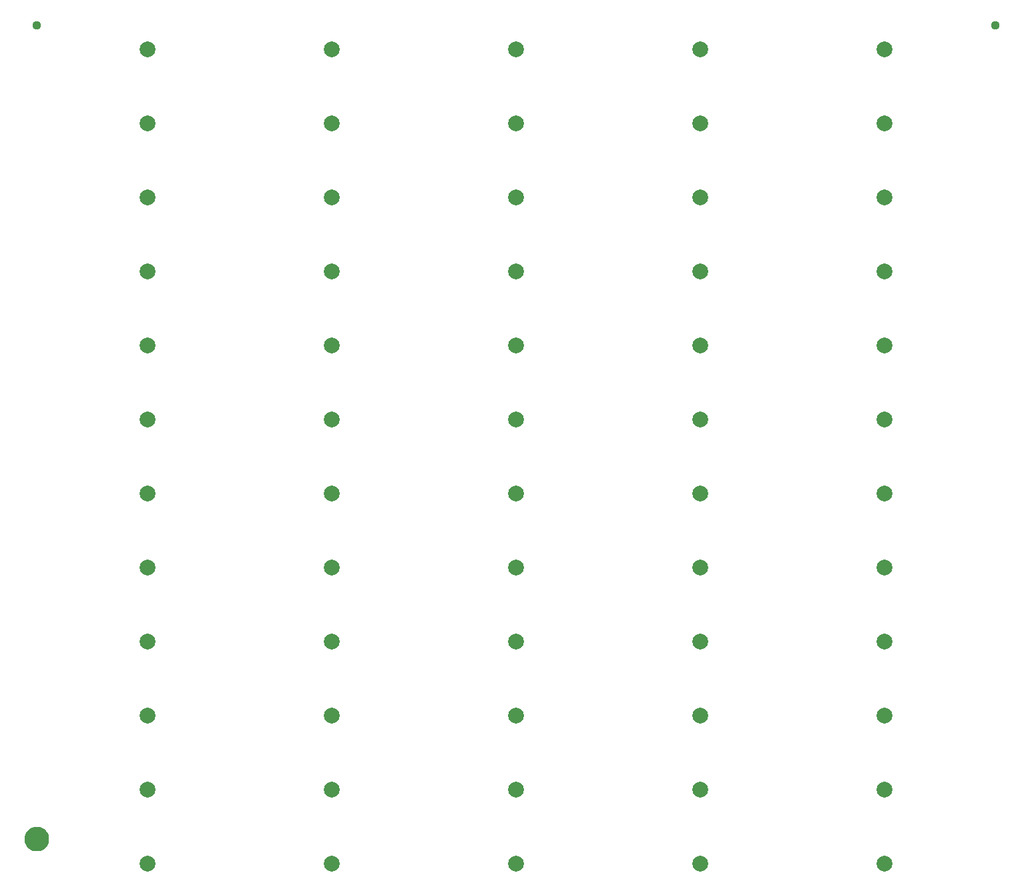
<source format=gbs>
G04 EAGLE Gerber RS-274X export*
G75*
%MOMM*%
%FSLAX34Y34*%
%LPD*%
%INSoldermask Bottom*%
%IPPOS*%
%AMOC8*
5,1,8,0,0,1.08239X$1,22.5*%
G01*
%ADD10C,2.006600*%
%ADD11C,1.127000*%
%ADD12C,1.270000*%
%ADD13C,1.627000*%


D10*
X114300Y31750D03*
X347980Y31750D03*
X581660Y31750D03*
X815340Y31750D03*
X1049020Y31750D03*
X114300Y125730D03*
X347980Y125730D03*
X581660Y125730D03*
X815340Y125730D03*
X1049020Y125730D03*
X114300Y219710D03*
X347980Y219710D03*
X581660Y219710D03*
X815340Y219710D03*
X1049020Y219710D03*
X114300Y313690D03*
X347980Y313690D03*
X581660Y313690D03*
X815340Y313690D03*
X1049020Y313690D03*
X114300Y407670D03*
X347980Y407670D03*
X581660Y407670D03*
X815340Y407670D03*
X1049020Y407670D03*
X114300Y501650D03*
X347980Y501650D03*
X581660Y501650D03*
X815340Y501650D03*
X1049020Y501650D03*
X114300Y595630D03*
X347980Y595630D03*
X581660Y595630D03*
X815340Y595630D03*
X1049020Y595630D03*
X114300Y689610D03*
X347980Y689610D03*
X581660Y689610D03*
X815340Y689610D03*
X1049020Y689610D03*
X114300Y783590D03*
X347980Y783590D03*
X581660Y783590D03*
X815340Y783590D03*
X1049020Y783590D03*
X114300Y877570D03*
X347980Y877570D03*
X581660Y877570D03*
X815340Y877570D03*
X1049020Y877570D03*
X114300Y971550D03*
X347980Y971550D03*
X581660Y971550D03*
X815340Y971550D03*
X1049020Y971550D03*
X114300Y1065530D03*
X347980Y1065530D03*
X581660Y1065530D03*
X815340Y1065530D03*
X1049020Y1065530D03*
D11*
X-26238Y1096010D03*
X1189558Y1096010D03*
D12*
X-35293Y63500D02*
X-35290Y63722D01*
X-35282Y63944D01*
X-35268Y64166D01*
X-35249Y64388D01*
X-35225Y64608D01*
X-35195Y64829D01*
X-35160Y65048D01*
X-35119Y65267D01*
X-35073Y65484D01*
X-35022Y65700D01*
X-34965Y65915D01*
X-34903Y66129D01*
X-34836Y66340D01*
X-34764Y66551D01*
X-34686Y66759D01*
X-34604Y66965D01*
X-34516Y67169D01*
X-34424Y67372D01*
X-34326Y67571D01*
X-34224Y67768D01*
X-34117Y67963D01*
X-34005Y68155D01*
X-33888Y68344D01*
X-33767Y68531D01*
X-33641Y68714D01*
X-33511Y68894D01*
X-33376Y69071D01*
X-33238Y69244D01*
X-33095Y69414D01*
X-32947Y69581D01*
X-32796Y69744D01*
X-32641Y69903D01*
X-32482Y70058D01*
X-32319Y70209D01*
X-32152Y70357D01*
X-31982Y70500D01*
X-31809Y70638D01*
X-31632Y70773D01*
X-31452Y70903D01*
X-31269Y71029D01*
X-31082Y71150D01*
X-30893Y71267D01*
X-30701Y71379D01*
X-30506Y71486D01*
X-30309Y71588D01*
X-30110Y71686D01*
X-29907Y71778D01*
X-29703Y71866D01*
X-29497Y71948D01*
X-29289Y72026D01*
X-29078Y72098D01*
X-28867Y72165D01*
X-28653Y72227D01*
X-28438Y72284D01*
X-28222Y72335D01*
X-28005Y72381D01*
X-27786Y72422D01*
X-27567Y72457D01*
X-27346Y72487D01*
X-27126Y72511D01*
X-26904Y72530D01*
X-26682Y72544D01*
X-26460Y72552D01*
X-26238Y72555D01*
X-26016Y72552D01*
X-25794Y72544D01*
X-25572Y72530D01*
X-25350Y72511D01*
X-25130Y72487D01*
X-24909Y72457D01*
X-24690Y72422D01*
X-24471Y72381D01*
X-24254Y72335D01*
X-24038Y72284D01*
X-23823Y72227D01*
X-23609Y72165D01*
X-23398Y72098D01*
X-23187Y72026D01*
X-22979Y71948D01*
X-22773Y71866D01*
X-22569Y71778D01*
X-22366Y71686D01*
X-22167Y71588D01*
X-21970Y71486D01*
X-21775Y71379D01*
X-21583Y71267D01*
X-21394Y71150D01*
X-21207Y71029D01*
X-21024Y70903D01*
X-20844Y70773D01*
X-20667Y70638D01*
X-20494Y70500D01*
X-20324Y70357D01*
X-20157Y70209D01*
X-19994Y70058D01*
X-19835Y69903D01*
X-19680Y69744D01*
X-19529Y69581D01*
X-19381Y69414D01*
X-19238Y69244D01*
X-19100Y69071D01*
X-18965Y68894D01*
X-18835Y68714D01*
X-18709Y68531D01*
X-18588Y68344D01*
X-18471Y68155D01*
X-18359Y67963D01*
X-18252Y67768D01*
X-18150Y67571D01*
X-18052Y67372D01*
X-17960Y67169D01*
X-17872Y66965D01*
X-17790Y66759D01*
X-17712Y66551D01*
X-17640Y66340D01*
X-17573Y66129D01*
X-17511Y65915D01*
X-17454Y65700D01*
X-17403Y65484D01*
X-17357Y65267D01*
X-17316Y65048D01*
X-17281Y64829D01*
X-17251Y64608D01*
X-17227Y64388D01*
X-17208Y64166D01*
X-17194Y63944D01*
X-17186Y63722D01*
X-17183Y63500D01*
X-17186Y63278D01*
X-17194Y63056D01*
X-17208Y62834D01*
X-17227Y62612D01*
X-17251Y62392D01*
X-17281Y62171D01*
X-17316Y61952D01*
X-17357Y61733D01*
X-17403Y61516D01*
X-17454Y61300D01*
X-17511Y61085D01*
X-17573Y60871D01*
X-17640Y60660D01*
X-17712Y60449D01*
X-17790Y60241D01*
X-17872Y60035D01*
X-17960Y59831D01*
X-18052Y59628D01*
X-18150Y59429D01*
X-18252Y59232D01*
X-18359Y59037D01*
X-18471Y58845D01*
X-18588Y58656D01*
X-18709Y58469D01*
X-18835Y58286D01*
X-18965Y58106D01*
X-19100Y57929D01*
X-19238Y57756D01*
X-19381Y57586D01*
X-19529Y57419D01*
X-19680Y57256D01*
X-19835Y57097D01*
X-19994Y56942D01*
X-20157Y56791D01*
X-20324Y56643D01*
X-20494Y56500D01*
X-20667Y56362D01*
X-20844Y56227D01*
X-21024Y56097D01*
X-21207Y55971D01*
X-21394Y55850D01*
X-21583Y55733D01*
X-21775Y55621D01*
X-21970Y55514D01*
X-22167Y55412D01*
X-22366Y55314D01*
X-22569Y55222D01*
X-22773Y55134D01*
X-22979Y55052D01*
X-23187Y54974D01*
X-23398Y54902D01*
X-23609Y54835D01*
X-23823Y54773D01*
X-24038Y54716D01*
X-24254Y54665D01*
X-24471Y54619D01*
X-24690Y54578D01*
X-24909Y54543D01*
X-25130Y54513D01*
X-25350Y54489D01*
X-25572Y54470D01*
X-25794Y54456D01*
X-26016Y54448D01*
X-26238Y54445D01*
X-26460Y54448D01*
X-26682Y54456D01*
X-26904Y54470D01*
X-27126Y54489D01*
X-27346Y54513D01*
X-27567Y54543D01*
X-27786Y54578D01*
X-28005Y54619D01*
X-28222Y54665D01*
X-28438Y54716D01*
X-28653Y54773D01*
X-28867Y54835D01*
X-29078Y54902D01*
X-29289Y54974D01*
X-29497Y55052D01*
X-29703Y55134D01*
X-29907Y55222D01*
X-30110Y55314D01*
X-30309Y55412D01*
X-30506Y55514D01*
X-30701Y55621D01*
X-30893Y55733D01*
X-31082Y55850D01*
X-31269Y55971D01*
X-31452Y56097D01*
X-31632Y56227D01*
X-31809Y56362D01*
X-31982Y56500D01*
X-32152Y56643D01*
X-32319Y56791D01*
X-32482Y56942D01*
X-32641Y57097D01*
X-32796Y57256D01*
X-32947Y57419D01*
X-33095Y57586D01*
X-33238Y57756D01*
X-33376Y57929D01*
X-33511Y58106D01*
X-33641Y58286D01*
X-33767Y58469D01*
X-33888Y58656D01*
X-34005Y58845D01*
X-34117Y59037D01*
X-34224Y59232D01*
X-34326Y59429D01*
X-34424Y59628D01*
X-34516Y59831D01*
X-34604Y60035D01*
X-34686Y60241D01*
X-34764Y60449D01*
X-34836Y60660D01*
X-34903Y60871D01*
X-34965Y61085D01*
X-35022Y61300D01*
X-35073Y61516D01*
X-35119Y61733D01*
X-35160Y61952D01*
X-35195Y62171D01*
X-35225Y62392D01*
X-35249Y62612D01*
X-35268Y62834D01*
X-35282Y63056D01*
X-35290Y63278D01*
X-35293Y63500D01*
D13*
X-26238Y63500D03*
M02*

</source>
